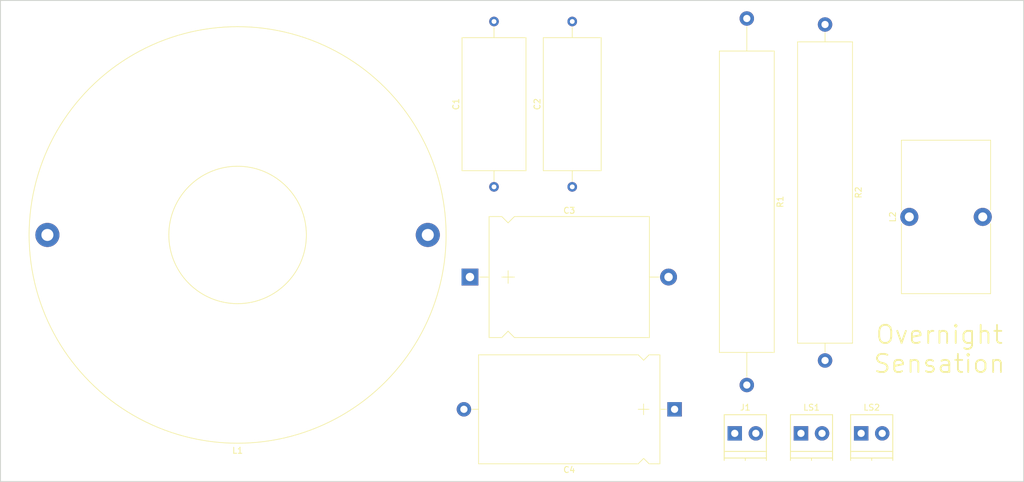
<source format=kicad_pcb>
(kicad_pcb (version 4) (host pcbnew 4.0.6-e0-6349~53~ubuntu16.04.1)

  (general
    (links 16)
    (no_connects 16)
    (area 27.924999 19.924999 128.075001 120.075001)
    (thickness 1.6)
    (drawings 5)
    (tracks 0)
    (zones 0)
    (modules 11)
    (nets 7)
  )

  (page A4)
  (layers
    (0 F.Cu signal)
    (31 B.Cu signal)
    (32 B.Adhes user)
    (33 F.Adhes user)
    (34 B.Paste user)
    (35 F.Paste user)
    (36 B.SilkS user)
    (37 F.SilkS user)
    (38 B.Mask user)
    (39 F.Mask user)
    (40 Dwgs.User user)
    (41 Cmts.User user)
    (42 Eco1.User user)
    (43 Eco2.User user)
    (44 Edge.Cuts user)
    (45 Margin user)
    (46 B.CrtYd user)
    (47 F.CrtYd user)
    (48 B.Fab user)
    (49 F.Fab user)
  )

  (setup
    (last_trace_width 0.762)
    (trace_clearance 0.762)
    (zone_clearance 0.508)
    (zone_45_only no)
    (trace_min 0.2)
    (segment_width 0.2)
    (edge_width 0.15)
    (via_size 0.6)
    (via_drill 0.4)
    (via_min_size 0.4)
    (via_min_drill 0.3)
    (uvia_size 0.3)
    (uvia_drill 0.1)
    (uvias_allowed no)
    (uvia_min_size 0)
    (uvia_min_drill 0)
    (pcb_text_width 0.3)
    (pcb_text_size 1.5 1.5)
    (mod_edge_width 0.15)
    (mod_text_size 1 1)
    (mod_text_width 0.15)
    (pad_size 1.524 1.524)
    (pad_drill 0.762)
    (pad_to_mask_clearance 0.2)
    (aux_axis_origin 0 0)
    (visible_elements FFFFF77F)
    (pcbplotparams
      (layerselection 0x00030_80000001)
      (usegerberextensions false)
      (excludeedgelayer true)
      (linewidth 0.100000)
      (plotframeref false)
      (viasonmask false)
      (mode 1)
      (useauxorigin false)
      (hpglpennumber 1)
      (hpglpenspeed 20)
      (hpglpendiameter 15)
      (hpglpenoverlay 2)
      (psnegative false)
      (psa4output false)
      (plotreference true)
      (plotvalue true)
      (plotinvisibletext false)
      (padsonsilk false)
      (subtractmaskfromsilk false)
      (outputformat 1)
      (mirror false)
      (drillshape 1)
      (scaleselection 1)
      (outputdirectory ""))
  )

  (net 0 "")
  (net 1 "Net-(C1-Pad1)")
  (net 2 "Net-(C2-Pad1)")
  (net 3 "Net-(C3-Pad1)")
  (net 4 "Net-(LS2-Pad1)")
  (net 5 /RED_1)
  (net 6 /BLACK_1)

  (net_class Default "This is the default net class."
    (clearance 0.762)
    (trace_width 0.762)
    (via_dia 0.6)
    (via_drill 0.4)
    (uvia_dia 0.3)
    (uvia_drill 0.1)
    (add_net /BLACK_1)
    (add_net /RED_1)
    (add_net "Net-(C1-Pad1)")
    (add_net "Net-(C2-Pad1)")
    (add_net "Net-(C3-Pad1)")
    (add_net "Net-(LS2-Pad1)")
  )

  (module Capacitors_THT:CP_Axial_L26.5mm_D20.0mm_P33.00mm_Horizontal (layer F.Cu) (tedit 58765D07) (tstamp 58F7ACDF)
    (at 105 65)
    (descr "CP, Axial series, Axial, Horizontal, pin pitch=33mm, , length*diameter=26.5*20mm^2, Electrolytic Capacitor, , http://www.kemet.com/Lists/ProductCatalog/Attachments/424/KEM_AC102.pdf")
    (tags "CP Axial series Axial Horizontal pin pitch 33mm  length 26.5mm diameter 20mm Electrolytic Capacitor")
    (path /58F7A5D7)
    (fp_text reference C3 (at 16.5 -11.06) (layer F.SilkS)
      (effects (font (size 1 1) (thickness 0.15)))
    )
    (fp_text value 2.2uF (at 16.5 11.06) (layer F.Fab)
      (effects (font (size 1 1) (thickness 0.15)))
    )
    (fp_line (start 3.25 -10) (end 3.25 10) (layer F.Fab) (width 0.1))
    (fp_line (start 29.75 -10) (end 29.75 10) (layer F.Fab) (width 0.1))
    (fp_line (start 3.25 -10) (end 5.29 -10) (layer F.Fab) (width 0.1))
    (fp_line (start 5.29 -10) (end 6.34 -8.95) (layer F.Fab) (width 0.1))
    (fp_line (start 6.34 -8.95) (end 7.39 -10) (layer F.Fab) (width 0.1))
    (fp_line (start 7.39 -10) (end 29.75 -10) (layer F.Fab) (width 0.1))
    (fp_line (start 3.25 10) (end 5.29 10) (layer F.Fab) (width 0.1))
    (fp_line (start 5.29 10) (end 6.34 8.95) (layer F.Fab) (width 0.1))
    (fp_line (start 6.34 8.95) (end 7.39 10) (layer F.Fab) (width 0.1))
    (fp_line (start 7.39 10) (end 29.75 10) (layer F.Fab) (width 0.1))
    (fp_line (start 0 0) (end 3.25 0) (layer F.Fab) (width 0.1))
    (fp_line (start 33 0) (end 29.75 0) (layer F.Fab) (width 0.1))
    (fp_line (start 5.3 0) (end 7.4 0) (layer F.Fab) (width 0.1))
    (fp_line (start 6.35 -1.05) (end 6.35 1.05) (layer F.Fab) (width 0.1))
    (fp_line (start 5.3 0) (end 7.4 0) (layer F.SilkS) (width 0.12))
    (fp_line (start 6.35 -1.05) (end 6.35 1.05) (layer F.SilkS) (width 0.12))
    (fp_line (start 3.19 -10.06) (end 3.19 10.06) (layer F.SilkS) (width 0.12))
    (fp_line (start 29.81 -10.06) (end 29.81 10.06) (layer F.SilkS) (width 0.12))
    (fp_line (start 3.19 -10.06) (end 5.29 -10.06) (layer F.SilkS) (width 0.12))
    (fp_line (start 5.29 -10.06) (end 6.34 -9.01) (layer F.SilkS) (width 0.12))
    (fp_line (start 6.34 -9.01) (end 7.39 -10.06) (layer F.SilkS) (width 0.12))
    (fp_line (start 7.39 -10.06) (end 29.81 -10.06) (layer F.SilkS) (width 0.12))
    (fp_line (start 3.19 10.06) (end 5.29 10.06) (layer F.SilkS) (width 0.12))
    (fp_line (start 5.29 10.06) (end 6.34 9.01) (layer F.SilkS) (width 0.12))
    (fp_line (start 6.34 9.01) (end 7.39 10.06) (layer F.SilkS) (width 0.12))
    (fp_line (start 7.39 10.06) (end 29.81 10.06) (layer F.SilkS) (width 0.12))
    (fp_line (start 1.58 0) (end 3.19 0) (layer F.SilkS) (width 0.12))
    (fp_line (start 31.42 0) (end 29.81 0) (layer F.SilkS) (width 0.12))
    (fp_line (start -1.65 -10.35) (end -1.65 10.35) (layer F.CrtYd) (width 0.05))
    (fp_line (start -1.65 10.35) (end 34.65 10.35) (layer F.CrtYd) (width 0.05))
    (fp_line (start 34.65 10.35) (end 34.65 -10.35) (layer F.CrtYd) (width 0.05))
    (fp_line (start 34.65 -10.35) (end -1.65 -10.35) (layer F.CrtYd) (width 0.05))
    (pad 1 thru_hole rect (at 0 0) (size 2.8 2.8) (drill 1.4) (layers *.Cu *.Mask)
      (net 3 "Net-(C3-Pad1)"))
    (pad 2 thru_hole oval (at 33 0) (size 2.8 2.8) (drill 1.4) (layers *.Cu *.Mask)
      (net 1 "Net-(C1-Pad1)"))
    (model Capacitors_THT.3dshapes/CP_Axial_L26.5mm_D20.0mm_P33.00mm_Horizontal.wrl
      (at (xyz 0 0 0))
      (scale (xyz 0.393701 0.393701 0.393701))
      (rotate (xyz 0 0 0))
    )
  )

  (module Capacitors_THT:C_Axial_L22.0mm_D10.5mm_P27.50mm_Horizontal (layer F.Cu) (tedit 58765D06) (tstamp 58F7ACD3)
    (at 109 50 90)
    (descr "C, Axial series, Axial, Horizontal, pin pitch=27.5mm, , length*diameter=22*10.5mm^2, http://cdn-reichelt.de/documents/datenblatt/B300/STYROFLEX.pdf")
    (tags "C Axial series Axial Horizontal pin pitch 27.5mm  length 22mm diameter 10.5mm")
    (path /58F7A5A8)
    (fp_text reference C1 (at 13.75 -6.31 90) (layer F.SilkS)
      (effects (font (size 1 1) (thickness 0.15)))
    )
    (fp_text value 1.5uF (at 13.75 6.31 90) (layer F.Fab)
      (effects (font (size 1 1) (thickness 0.15)))
    )
    (fp_line (start 2.75 -5.25) (end 2.75 5.25) (layer F.Fab) (width 0.1))
    (fp_line (start 2.75 5.25) (end 24.75 5.25) (layer F.Fab) (width 0.1))
    (fp_line (start 24.75 5.25) (end 24.75 -5.25) (layer F.Fab) (width 0.1))
    (fp_line (start 24.75 -5.25) (end 2.75 -5.25) (layer F.Fab) (width 0.1))
    (fp_line (start 0 0) (end 2.75 0) (layer F.Fab) (width 0.1))
    (fp_line (start 27.5 0) (end 24.75 0) (layer F.Fab) (width 0.1))
    (fp_line (start 2.69 -5.31) (end 2.69 5.31) (layer F.SilkS) (width 0.12))
    (fp_line (start 2.69 5.31) (end 24.81 5.31) (layer F.SilkS) (width 0.12))
    (fp_line (start 24.81 5.31) (end 24.81 -5.31) (layer F.SilkS) (width 0.12))
    (fp_line (start 24.81 -5.31) (end 2.69 -5.31) (layer F.SilkS) (width 0.12))
    (fp_line (start 0.98 0) (end 2.69 0) (layer F.SilkS) (width 0.12))
    (fp_line (start 26.52 0) (end 24.81 0) (layer F.SilkS) (width 0.12))
    (fp_line (start -1.05 -5.6) (end -1.05 5.6) (layer F.CrtYd) (width 0.05))
    (fp_line (start -1.05 5.6) (end 28.55 5.6) (layer F.CrtYd) (width 0.05))
    (fp_line (start 28.55 5.6) (end 28.55 -5.6) (layer F.CrtYd) (width 0.05))
    (fp_line (start 28.55 -5.6) (end -1.05 -5.6) (layer F.CrtYd) (width 0.05))
    (pad 1 thru_hole circle (at 0 0 90) (size 1.6 1.6) (drill 0.8) (layers *.Cu *.Mask)
      (net 1 "Net-(C1-Pad1)"))
    (pad 2 thru_hole oval (at 27.5 0 90) (size 1.6 1.6) (drill 0.8) (layers *.Cu *.Mask)
      (net 5 /RED_1))
    (model Capacitors_THT.3dshapes/C_Axial_L22.0mm_D10.5mm_P27.50mm_Horizontal.wrl
      (at (xyz 0 0 0))
      (scale (xyz 0.393701 0.393701 0.393701))
      (rotate (xyz 0 0 0))
    )
  )

  (module Capacitors_THT:C_Axial_L22.0mm_D9.5mm_P27.50mm_Horizontal (layer F.Cu) (tedit 58765D06) (tstamp 58F7ACD9)
    (at 122 50 90)
    (descr "C, Axial series, Axial, Horizontal, pin pitch=27.5mm, , length*diameter=22*9.5mm^2, http://cdn-reichelt.de/documents/datenblatt/B300/STYROFLEX.pdf")
    (tags "C Axial series Axial Horizontal pin pitch 27.5mm  length 22mm diameter 9.5mm")
    (path /58F7A63D)
    (fp_text reference C2 (at 13.75 -5.81 90) (layer F.SilkS)
      (effects (font (size 1 1) (thickness 0.15)))
    )
    (fp_text value 0.22uF (at 13.75 5.81 90) (layer F.Fab)
      (effects (font (size 1 1) (thickness 0.15)))
    )
    (fp_line (start 2.75 -4.75) (end 2.75 4.75) (layer F.Fab) (width 0.1))
    (fp_line (start 2.75 4.75) (end 24.75 4.75) (layer F.Fab) (width 0.1))
    (fp_line (start 24.75 4.75) (end 24.75 -4.75) (layer F.Fab) (width 0.1))
    (fp_line (start 24.75 -4.75) (end 2.75 -4.75) (layer F.Fab) (width 0.1))
    (fp_line (start 0 0) (end 2.75 0) (layer F.Fab) (width 0.1))
    (fp_line (start 27.5 0) (end 24.75 0) (layer F.Fab) (width 0.1))
    (fp_line (start 2.69 -4.81) (end 2.69 4.81) (layer F.SilkS) (width 0.12))
    (fp_line (start 2.69 4.81) (end 24.81 4.81) (layer F.SilkS) (width 0.12))
    (fp_line (start 24.81 4.81) (end 24.81 -4.81) (layer F.SilkS) (width 0.12))
    (fp_line (start 24.81 -4.81) (end 2.69 -4.81) (layer F.SilkS) (width 0.12))
    (fp_line (start 0.98 0) (end 2.69 0) (layer F.SilkS) (width 0.12))
    (fp_line (start 26.52 0) (end 24.81 0) (layer F.SilkS) (width 0.12))
    (fp_line (start -1.05 -5.1) (end -1.05 5.1) (layer F.CrtYd) (width 0.05))
    (fp_line (start -1.05 5.1) (end 28.55 5.1) (layer F.CrtYd) (width 0.05))
    (fp_line (start 28.55 5.1) (end 28.55 -5.1) (layer F.CrtYd) (width 0.05))
    (fp_line (start 28.55 -5.1) (end -1.05 -5.1) (layer F.CrtYd) (width 0.05))
    (pad 1 thru_hole circle (at 0 0 90) (size 1.6 1.6) (drill 0.8) (layers *.Cu *.Mask)
      (net 2 "Net-(C2-Pad1)"))
    (pad 2 thru_hole oval (at 27.5 0 90) (size 1.6 1.6) (drill 0.8) (layers *.Cu *.Mask)
      (net 5 /RED_1))
    (model Capacitors_THT.3dshapes/C_Axial_L22.0mm_D9.5mm_P27.50mm_Horizontal.wrl
      (at (xyz 0 0 0))
      (scale (xyz 0.393701 0.393701 0.393701))
      (rotate (xyz 0 0 0))
    )
  )

  (module Capacitors_THT:CP_Axial_L30.0mm_D18.0mm_P35.00mm_Horizontal (layer F.Cu) (tedit 58765D07) (tstamp 58F7ACE5)
    (at 139 87 180)
    (descr "CP, Axial series, Axial, Horizontal, pin pitch=35mm, , length*diameter=30*18mm^2, Electrolytic Capacitor, , http://www.vishay.com/docs/28325/021asm.pdf")
    (tags "CP Axial series Axial Horizontal pin pitch 35mm  length 30mm diameter 18mm Electrolytic Capacitor")
    (path /58F7A5F8)
    (fp_text reference C4 (at 17.5 -10.06 180) (layer F.SilkS)
      (effects (font (size 1 1) (thickness 0.15)))
    )
    (fp_text value 6.8uF (at 17.5 10.06 180) (layer F.Fab)
      (effects (font (size 1 1) (thickness 0.15)))
    )
    (fp_line (start 2.5 -9) (end 2.5 9) (layer F.Fab) (width 0.1))
    (fp_line (start 32.5 -9) (end 32.5 9) (layer F.Fab) (width 0.1))
    (fp_line (start 2.5 -9) (end 4.24 -9) (layer F.Fab) (width 0.1))
    (fp_line (start 4.24 -9) (end 5.14 -8.1) (layer F.Fab) (width 0.1))
    (fp_line (start 5.14 -8.1) (end 6.04 -9) (layer F.Fab) (width 0.1))
    (fp_line (start 6.04 -9) (end 32.5 -9) (layer F.Fab) (width 0.1))
    (fp_line (start 2.5 9) (end 4.24 9) (layer F.Fab) (width 0.1))
    (fp_line (start 4.24 9) (end 5.14 8.1) (layer F.Fab) (width 0.1))
    (fp_line (start 5.14 8.1) (end 6.04 9) (layer F.Fab) (width 0.1))
    (fp_line (start 6.04 9) (end 32.5 9) (layer F.Fab) (width 0.1))
    (fp_line (start 0 0) (end 2.5 0) (layer F.Fab) (width 0.1))
    (fp_line (start 35 0) (end 32.5 0) (layer F.Fab) (width 0.1))
    (fp_line (start 4.25 0) (end 6.05 0) (layer F.Fab) (width 0.1))
    (fp_line (start 5.15 -0.9) (end 5.15 0.9) (layer F.Fab) (width 0.1))
    (fp_line (start 4.25 0) (end 6.05 0) (layer F.SilkS) (width 0.12))
    (fp_line (start 5.15 -0.9) (end 5.15 0.9) (layer F.SilkS) (width 0.12))
    (fp_line (start 2.44 -9.06) (end 2.44 9.06) (layer F.SilkS) (width 0.12))
    (fp_line (start 32.56 -9.06) (end 32.56 9.06) (layer F.SilkS) (width 0.12))
    (fp_line (start 2.44 -9.06) (end 4.24 -9.06) (layer F.SilkS) (width 0.12))
    (fp_line (start 4.24 -9.06) (end 5.14 -8.16) (layer F.SilkS) (width 0.12))
    (fp_line (start 5.14 -8.16) (end 6.04 -9.06) (layer F.SilkS) (width 0.12))
    (fp_line (start 6.04 -9.06) (end 32.56 -9.06) (layer F.SilkS) (width 0.12))
    (fp_line (start 2.44 9.06) (end 4.24 9.06) (layer F.SilkS) (width 0.12))
    (fp_line (start 4.24 9.06) (end 5.14 8.16) (layer F.SilkS) (width 0.12))
    (fp_line (start 5.14 8.16) (end 6.04 9.06) (layer F.SilkS) (width 0.12))
    (fp_line (start 6.04 9.06) (end 32.56 9.06) (layer F.SilkS) (width 0.12))
    (fp_line (start 1.38 0) (end 2.44 0) (layer F.SilkS) (width 0.12))
    (fp_line (start 33.62 0) (end 32.56 0) (layer F.SilkS) (width 0.12))
    (fp_line (start -1.45 -9.35) (end -1.45 9.35) (layer F.CrtYd) (width 0.05))
    (fp_line (start -1.45 9.35) (end 36.45 9.35) (layer F.CrtYd) (width 0.05))
    (fp_line (start 36.45 9.35) (end 36.45 -9.35) (layer F.CrtYd) (width 0.05))
    (fp_line (start 36.45 -9.35) (end -1.45 -9.35) (layer F.CrtYd) (width 0.05))
    (pad 1 thru_hole rect (at 0 0 180) (size 2.4 2.4) (drill 1.2) (layers *.Cu *.Mask)
      (net 2 "Net-(C2-Pad1)"))
    (pad 2 thru_hole oval (at 35 0 180) (size 2.4 2.4) (drill 1.2) (layers *.Cu *.Mask)
      (net 6 /BLACK_1))
    (model Capacitors_THT.3dshapes/CP_Axial_L30.0mm_D18.0mm_P35.00mm_Horizontal.wrl
      (at (xyz 0 0 0))
      (scale (xyz 0.393701 0.393701 0.393701))
      (rotate (xyz 0 0 0))
    )
  )

  (module Connectors_Terminal_Blocks:TerminalBlock_Pheonix_PT-3.5mm_2pol (layer F.Cu) (tedit 0) (tstamp 58F7ACEB)
    (at 149 91)
    (descr "2-way 3.5mm pitch terminal block, Phoenix PT series")
    (path /58F7A754)
    (fp_text reference J1 (at 1.75 -4.3) (layer F.SilkS)
      (effects (font (size 1 1) (thickness 0.15)))
    )
    (fp_text value Screw_Terminal_1x02 (at 1.75 6) (layer F.Fab)
      (effects (font (size 1 1) (thickness 0.15)))
    )
    (fp_line (start -1.9 -3.3) (end 5.4 -3.3) (layer F.CrtYd) (width 0.05))
    (fp_line (start -1.9 4.7) (end -1.9 -3.3) (layer F.CrtYd) (width 0.05))
    (fp_line (start 5.4 4.7) (end -1.9 4.7) (layer F.CrtYd) (width 0.05))
    (fp_line (start 5.4 -3.3) (end 5.4 4.7) (layer F.CrtYd) (width 0.05))
    (fp_line (start 1.75 4.1) (end 1.75 4.5) (layer F.SilkS) (width 0.15))
    (fp_line (start -1.75 3) (end 5.25 3) (layer F.SilkS) (width 0.15))
    (fp_line (start -1.75 4.1) (end 5.25 4.1) (layer F.SilkS) (width 0.15))
    (fp_line (start -1.75 -3.1) (end -1.75 4.5) (layer F.SilkS) (width 0.15))
    (fp_line (start 5.25 4.5) (end 5.25 -3.1) (layer F.SilkS) (width 0.15))
    (fp_line (start 5.25 -3.1) (end -1.75 -3.1) (layer F.SilkS) (width 0.15))
    (pad 2 thru_hole circle (at 3.5 0) (size 2.4 2.4) (drill 1.2) (layers *.Cu *.Mask)
      (net 6 /BLACK_1))
    (pad 1 thru_hole rect (at 0 0) (size 2.4 2.4) (drill 1.2) (layers *.Cu *.Mask)
      (net 5 /RED_1))
    (model Terminal_Blocks.3dshapes/TerminalBlock_Pheonix_PT-3.5mm_2pol.wrl
      (at (xyz 0 0 0))
      (scale (xyz 1 1 1))
      (rotate (xyz 0 0 0))
    )
  )

  (module Inductors_THT:L_Toroid_Vertical_L25.4mm_W14.7mm_P12.20mm_Vishay_TJ5_BigPads (layer F.Cu) (tedit 5880B84E) (tstamp 58F7ACF7)
    (at 178 55 90)
    (descr "L_Toroid, Vertical series, Radial, pin pitch=12.20mm, , length*width=25.4*14.7mm^2, Vishay, TJ5, BigPads, http://www.vishay.com/docs/34079/tj.pdf")
    (tags "L_Toroid Vertical series Radial pin pitch 12.20mm  length 25.4mm width 14.7mm Vishay TJ5 BigPads")
    (path /58F7A66E)
    (fp_text reference L2 (at 0 -2.75 90) (layer F.SilkS)
      (effects (font (size 1 1) (thickness 0.15)))
    )
    (fp_text value 0.35mH (at 0 14.95 90) (layer F.Fab)
      (effects (font (size 1 1) (thickness 0.15)))
    )
    (fp_line (start -12.7 -1.25) (end -12.7 13.45) (layer F.Fab) (width 0.1))
    (fp_line (start -12.7 13.45) (end 12.7 13.45) (layer F.Fab) (width 0.1))
    (fp_line (start 12.7 13.45) (end 12.7 -1.25) (layer F.Fab) (width 0.1))
    (fp_line (start 12.7 -1.25) (end -12.7 -1.25) (layer F.Fab) (width 0.1))
    (fp_line (start -12.7 -1.25) (end -11.43 13.45) (layer F.Fab) (width 0.1))
    (fp_line (start -10.16 -1.25) (end -8.89 13.45) (layer F.Fab) (width 0.1))
    (fp_line (start -7.62 -1.25) (end -6.35 13.45) (layer F.Fab) (width 0.1))
    (fp_line (start -5.08 -1.25) (end -3.81 13.45) (layer F.Fab) (width 0.1))
    (fp_line (start -2.54 -1.25) (end -1.27 13.45) (layer F.Fab) (width 0.1))
    (fp_line (start 0 -1.25) (end 1.27 13.45) (layer F.Fab) (width 0.1))
    (fp_line (start 2.54 -1.25) (end 3.81 13.45) (layer F.Fab) (width 0.1))
    (fp_line (start 5.08 -1.25) (end 6.35 13.45) (layer F.Fab) (width 0.1))
    (fp_line (start 7.62 -1.25) (end 8.89 13.45) (layer F.Fab) (width 0.1))
    (fp_line (start 10.16 -1.25) (end 11.43 13.45) (layer F.Fab) (width 0.1))
    (fp_line (start -12.76 -1.31) (end -1.127 -1.31) (layer F.SilkS) (width 0.12))
    (fp_line (start 1.127 -1.31) (end 12.76 -1.31) (layer F.SilkS) (width 0.12))
    (fp_line (start -12.76 13.51) (end -1.127 13.51) (layer F.SilkS) (width 0.12))
    (fp_line (start 1.127 13.51) (end 12.76 13.51) (layer F.SilkS) (width 0.12))
    (fp_line (start -12.76 -1.31) (end -12.76 13.51) (layer F.SilkS) (width 0.12))
    (fp_line (start 12.76 -1.31) (end 12.76 13.51) (layer F.SilkS) (width 0.12))
    (fp_line (start -13.05 -1.75) (end -13.05 13.95) (layer F.CrtYd) (width 0.05))
    (fp_line (start -13.05 13.95) (end 13.05 13.95) (layer F.CrtYd) (width 0.05))
    (fp_line (start 13.05 13.95) (end 13.05 -1.75) (layer F.CrtYd) (width 0.05))
    (fp_line (start 13.05 -1.75) (end -13.05 -1.75) (layer F.CrtYd) (width 0.05))
    (pad 1 thru_hole circle (at 0 0 90) (size 3 3) (drill 1.5) (layers *.Cu *.Mask)
      (net 1 "Net-(C1-Pad1)"))
    (pad 2 thru_hole circle (at 0 12.2 90) (size 3 3) (drill 1.5) (layers *.Cu *.Mask)
      (net 6 /BLACK_1))
    (model Inductors_THT.3dshapes/L_Toroid_Vertical_L25.4mm_W14.7mm_P12.20mm_Vishay_TJ5_BigPads.wrl
      (at (xyz 0 0 0))
      (scale (xyz 0.393701 0.393701 0.393701))
      (rotate (xyz 0 0 0))
    )
  )

  (module Connectors_Terminal_Blocks:TerminalBlock_Pheonix_PT-3.5mm_2pol (layer F.Cu) (tedit 0) (tstamp 58F7ACFD)
    (at 160 91)
    (descr "2-way 3.5mm pitch terminal block, Phoenix PT series")
    (path /58F7A840)
    (fp_text reference LS1 (at 1.75 -4.3) (layer F.SilkS)
      (effects (font (size 1 1) (thickness 0.15)))
    )
    (fp_text value "HIVI B4N" (at 1.75 6) (layer F.Fab)
      (effects (font (size 1 1) (thickness 0.15)))
    )
    (fp_line (start -1.9 -3.3) (end 5.4 -3.3) (layer F.CrtYd) (width 0.05))
    (fp_line (start -1.9 4.7) (end -1.9 -3.3) (layer F.CrtYd) (width 0.05))
    (fp_line (start 5.4 4.7) (end -1.9 4.7) (layer F.CrtYd) (width 0.05))
    (fp_line (start 5.4 -3.3) (end 5.4 4.7) (layer F.CrtYd) (width 0.05))
    (fp_line (start 1.75 4.1) (end 1.75 4.5) (layer F.SilkS) (width 0.15))
    (fp_line (start -1.75 3) (end 5.25 3) (layer F.SilkS) (width 0.15))
    (fp_line (start -1.75 4.1) (end 5.25 4.1) (layer F.SilkS) (width 0.15))
    (fp_line (start -1.75 -3.1) (end -1.75 4.5) (layer F.SilkS) (width 0.15))
    (fp_line (start 5.25 4.5) (end 5.25 -3.1) (layer F.SilkS) (width 0.15))
    (fp_line (start 5.25 -3.1) (end -1.75 -3.1) (layer F.SilkS) (width 0.15))
    (pad 2 thru_hole circle (at 3.5 0) (size 2.4 2.4) (drill 1.2) (layers *.Cu *.Mask)
      (net 6 /BLACK_1))
    (pad 1 thru_hole rect (at 0 0) (size 2.4 2.4) (drill 1.2) (layers *.Cu *.Mask)
      (net 2 "Net-(C2-Pad1)"))
    (model Terminal_Blocks.3dshapes/TerminalBlock_Pheonix_PT-3.5mm_2pol.wrl
      (at (xyz 0 0 0))
      (scale (xyz 1 1 1))
      (rotate (xyz 0 0 0))
    )
  )

  (module Connectors_Terminal_Blocks:TerminalBlock_Pheonix_PT-3.5mm_2pol (layer F.Cu) (tedit 0) (tstamp 58F7AD03)
    (at 170 91)
    (descr "2-way 3.5mm pitch terminal block, Phoenix PT series")
    (path /58F7A984)
    (fp_text reference LS2 (at 1.75 -4.3) (layer F.SilkS)
      (effects (font (size 1 1) (thickness 0.15)))
    )
    (fp_text value "Daytona ND20FA" (at 1.75 6) (layer F.Fab)
      (effects (font (size 1 1) (thickness 0.15)))
    )
    (fp_line (start -1.9 -3.3) (end 5.4 -3.3) (layer F.CrtYd) (width 0.05))
    (fp_line (start -1.9 4.7) (end -1.9 -3.3) (layer F.CrtYd) (width 0.05))
    (fp_line (start 5.4 4.7) (end -1.9 4.7) (layer F.CrtYd) (width 0.05))
    (fp_line (start 5.4 -3.3) (end 5.4 4.7) (layer F.CrtYd) (width 0.05))
    (fp_line (start 1.75 4.1) (end 1.75 4.5) (layer F.SilkS) (width 0.15))
    (fp_line (start -1.75 3) (end 5.25 3) (layer F.SilkS) (width 0.15))
    (fp_line (start -1.75 4.1) (end 5.25 4.1) (layer F.SilkS) (width 0.15))
    (fp_line (start -1.75 -3.1) (end -1.75 4.5) (layer F.SilkS) (width 0.15))
    (fp_line (start 5.25 4.5) (end 5.25 -3.1) (layer F.SilkS) (width 0.15))
    (fp_line (start 5.25 -3.1) (end -1.75 -3.1) (layer F.SilkS) (width 0.15))
    (pad 2 thru_hole circle (at 3.5 0) (size 2.4 2.4) (drill 1.2) (layers *.Cu *.Mask)
      (net 6 /BLACK_1))
    (pad 1 thru_hole rect (at 0 0) (size 2.4 2.4) (drill 1.2) (layers *.Cu *.Mask)
      (net 4 "Net-(LS2-Pad1)"))
    (model Terminal_Blocks.3dshapes/TerminalBlock_Pheonix_PT-3.5mm_2pol.wrl
      (at (xyz 0 0 0))
      (scale (xyz 1 1 1))
      (rotate (xyz 0 0 0))
    )
  )

  (module Resistors_THT:R_Axial_Power_L50.0mm_W9.0mm_P60.96mm (layer F.Cu) (tedit 5874F706) (tstamp 58F7AD09)
    (at 151 22 270)
    (descr "Resistor, Axial_Power series, Axial, Horizontal, pin pitch=60.96mm, 11W, length*diameter=50*9mm^2, http://cdn-reichelt.de/documents/datenblatt/B400/5WAXIAL_9WAXIAL_11WAXIAL_17WAXIAL%23YAG.pdf")
    (tags "Resistor Axial_Power series Axial Horizontal pin pitch 60.96mm 11W length 50mm diameter 9mm")
    (path /58F7A565)
    (fp_text reference R1 (at 30.48 -5.56 270) (layer F.SilkS)
      (effects (font (size 1 1) (thickness 0.15)))
    )
    (fp_text value 60R (at 30.48 5.56 270) (layer F.Fab)
      (effects (font (size 1 1) (thickness 0.15)))
    )
    (fp_line (start 5.48 -4.5) (end 5.48 4.5) (layer F.Fab) (width 0.1))
    (fp_line (start 5.48 4.5) (end 55.48 4.5) (layer F.Fab) (width 0.1))
    (fp_line (start 55.48 4.5) (end 55.48 -4.5) (layer F.Fab) (width 0.1))
    (fp_line (start 55.48 -4.5) (end 5.48 -4.5) (layer F.Fab) (width 0.1))
    (fp_line (start 0 0) (end 5.48 0) (layer F.Fab) (width 0.1))
    (fp_line (start 60.96 0) (end 55.48 0) (layer F.Fab) (width 0.1))
    (fp_line (start 5.42 -4.56) (end 5.42 4.56) (layer F.SilkS) (width 0.12))
    (fp_line (start 5.42 4.56) (end 55.54 4.56) (layer F.SilkS) (width 0.12))
    (fp_line (start 55.54 4.56) (end 55.54 -4.56) (layer F.SilkS) (width 0.12))
    (fp_line (start 55.54 -4.56) (end 5.42 -4.56) (layer F.SilkS) (width 0.12))
    (fp_line (start 1.38 0) (end 5.42 0) (layer F.SilkS) (width 0.12))
    (fp_line (start 59.58 0) (end 55.54 0) (layer F.SilkS) (width 0.12))
    (fp_line (start -1.45 -4.85) (end -1.45 4.85) (layer F.CrtYd) (width 0.05))
    (fp_line (start -1.45 4.85) (end 62.45 4.85) (layer F.CrtYd) (width 0.05))
    (fp_line (start 62.45 4.85) (end 62.45 -4.85) (layer F.CrtYd) (width 0.05))
    (fp_line (start 62.45 -4.85) (end -1.45 -4.85) (layer F.CrtYd) (width 0.05))
    (pad 1 thru_hole circle (at 0 0 270) (size 2.4 2.4) (drill 1.2) (layers *.Cu *.Mask)
      (net 4 "Net-(LS2-Pad1)"))
    (pad 2 thru_hole oval (at 60.96 0 270) (size 2.4 2.4) (drill 1.2) (layers *.Cu *.Mask)
      (net 3 "Net-(C3-Pad1)"))
    (model Resistors_THT.3dshapes/R_Axial_Power_L50.0mm_W9.0mm_P60.96mm.wrl
      (at (xyz 0 0 0))
      (scale (xyz 0.393701 0.393701 0.393701))
      (rotate (xyz 0 0 0))
    )
  )

  (module Resistors_THT:R_Axial_Power_L50.0mm_W9.0mm_P55.88mm (layer F.Cu) (tedit 5874F706) (tstamp 58F7AD0F)
    (at 164 23 270)
    (descr "Resistor, Axial_Power series, Axial, Horizontal, pin pitch=55.88mm, 11W, length*diameter=50*9mm^2, http://cdn-reichelt.de/documents/datenblatt/B400/5WAXIAL_9WAXIAL_11WAXIAL_17WAXIAL%23YAG.pdf")
    (tags "Resistor Axial_Power series Axial Horizontal pin pitch 55.88mm 11W length 50mm diameter 9mm")
    (path /58F7A52C)
    (fp_text reference R2 (at 27.94 -5.56 270) (layer F.SilkS)
      (effects (font (size 1 1) (thickness 0.15)))
    )
    (fp_text value 10R (at 27.94 5.56 270) (layer F.Fab)
      (effects (font (size 1 1) (thickness 0.15)))
    )
    (fp_line (start 2.94 -4.5) (end 2.94 4.5) (layer F.Fab) (width 0.1))
    (fp_line (start 2.94 4.5) (end 52.94 4.5) (layer F.Fab) (width 0.1))
    (fp_line (start 52.94 4.5) (end 52.94 -4.5) (layer F.Fab) (width 0.1))
    (fp_line (start 52.94 -4.5) (end 2.94 -4.5) (layer F.Fab) (width 0.1))
    (fp_line (start 0 0) (end 2.94 0) (layer F.Fab) (width 0.1))
    (fp_line (start 55.88 0) (end 52.94 0) (layer F.Fab) (width 0.1))
    (fp_line (start 2.88 -4.56) (end 2.88 4.56) (layer F.SilkS) (width 0.12))
    (fp_line (start 2.88 4.56) (end 53 4.56) (layer F.SilkS) (width 0.12))
    (fp_line (start 53 4.56) (end 53 -4.56) (layer F.SilkS) (width 0.12))
    (fp_line (start 53 -4.56) (end 2.88 -4.56) (layer F.SilkS) (width 0.12))
    (fp_line (start 1.38 0) (end 2.88 0) (layer F.SilkS) (width 0.12))
    (fp_line (start 54.5 0) (end 53 0) (layer F.SilkS) (width 0.12))
    (fp_line (start -1.45 -4.85) (end -1.45 4.85) (layer F.CrtYd) (width 0.05))
    (fp_line (start -1.45 4.85) (end 57.35 4.85) (layer F.CrtYd) (width 0.05))
    (fp_line (start 57.35 4.85) (end 57.35 -4.85) (layer F.CrtYd) (width 0.05))
    (fp_line (start 57.35 -4.85) (end -1.45 -4.85) (layer F.CrtYd) (width 0.05))
    (pad 1 thru_hole circle (at 0 0 270) (size 2.4 2.4) (drill 1.2) (layers *.Cu *.Mask)
      (net 4 "Net-(LS2-Pad1)"))
    (pad 2 thru_hole oval (at 55.88 0 270) (size 2.4 2.4) (drill 1.2) (layers *.Cu *.Mask)
      (net 6 /BLACK_1))
    (model Resistors_THT.3dshapes/R_Axial_Power_L50.0mm_W9.0mm_P55.88mm.wrl
      (at (xyz 0 0 0))
      (scale (xyz 0.393701 0.393701 0.393701))
      (rotate (xyz 0 0 0))
    )
  )

  (module Inductors_THT:L_Toroid_Horizontal_D69.1mm_P63.20mm_Vishay_TJ9 (layer F.Cu) (tedit 5880B84E) (tstamp 58F7BF08)
    (at 98 58 180)
    (descr "L_Toroid, Horizontal series, Radial, pin pitch=63.20mm, , diameter=69.1mm, Vishay, TJ9, http://www.vishay.com/docs/34079/tj.pdf")
    (tags "L_Toroid Horizontal series Radial pin pitch 63.20mm  diameter 69.1mm Vishay TJ9")
    (path /58F7A6B3)
    (fp_text reference L1 (at 31.6 -35.86 180) (layer F.SilkS)
      (effects (font (size 1 1) (thickness 0.15)))
    )
    (fp_text value 1.1mH (at 31.6 35.86 180) (layer F.Fab)
      (effects (font (size 1 1) (thickness 0.15)))
    )
    (fp_circle (center 31.6 0) (end 66.15 0) (layer F.Fab) (width 0.1))
    (fp_circle (center 31.6 0) (end 43.116667 0) (layer F.Fab) (width 0.1))
    (fp_circle (center 31.6 0) (end 66.24 0) (layer F.SilkS) (width 0.12))
    (fp_circle (center 31.6 0) (end 43.026667 0) (layer F.SilkS) (width 0.12))
    (fp_line (start 65.5472 0) (end 42.858082 3.016501) (layer F.Fab) (width 0.1))
    (fp_line (start 60.9994 16.973146) (end 39.841662 8.24128) (layer F.Fab) (width 0.1))
    (fp_line (start 48.574508 29.398613) (end 34.617022 11.257942) (layer F.Fab) (width 0.1))
    (fp_line (start 31.601573 33.9472) (end 28.584021 11.258222) (layer F.Fab) (width 0.1))
    (fp_line (start 14.628216 29.400186) (end 23.359102 8.242044) (layer F.Fab) (width 0.1))
    (fp_line (start 2.202173 16.97587) (end 20.342198 3.017544) (layer F.Fab) (width 0.1))
    (fp_line (start -2.3472 0.003145) (end 20.341639 -3.015458) (layer F.Fab) (width 0.1))
    (fp_line (start 2.199028 -16.970422) (end 23.357575 -8.240516) (layer F.Fab) (width 0.1))
    (fp_line (start 14.622768 -29.39704) (end 28.581935 -11.257663) (layer F.Fab) (width 0.1))
    (fp_line (start 31.595282 -33.9472) (end 34.614936 -11.258501) (layer F.Fab) (width 0.1))
    (fp_line (start 48.56906 -29.401758) (end 39.840135 -8.242807) (layer F.Fab) (width 0.1))
    (fp_line (start 60.996254 -16.978594) (end 42.857523 -3.018587) (layer F.Fab) (width 0.1))
    (fp_line (start 65.547199 -0.006291) (end 42.858641 3.014415) (layer F.Fab) (width 0.1))
    (fp_line (start -3.3 -34.9) (end -3.3 34.9) (layer F.CrtYd) (width 0.05))
    (fp_line (start -3.3 34.9) (end 66.5 34.9) (layer F.CrtYd) (width 0.05))
    (fp_line (start 66.5 34.9) (end 66.5 -34.9) (layer F.CrtYd) (width 0.05))
    (fp_line (start 66.5 -34.9) (end -3.3 -34.9) (layer F.CrtYd) (width 0.05))
    (pad 1 thru_hole circle (at 0 0 180) (size 4 4) (drill 2) (layers *.Cu *.Mask)
      (net 2 "Net-(C2-Pad1)"))
    (pad 2 thru_hole circle (at 63.2 0 180) (size 4 4) (drill 2) (layers *.Cu *.Mask)
      (net 5 /RED_1))
    (model Inductors_THT.3dshapes/L_Toroid_Horizontal_D69.1mm_P63.20mm_Vishay_TJ9.wrl
      (at (xyz 0 0 0))
      (scale (xyz 0.393701 0.393701 0.393701))
      (rotate (xyz 0 0 0))
    )
  )

  (gr_line (start 27 99) (end 27 19) (angle 90) (layer Edge.Cuts) (width 0.15))
  (gr_line (start 197 99) (end 27 99) (angle 90) (layer Edge.Cuts) (width 0.15))
  (gr_line (start 197 19) (end 197 99) (angle 90) (layer Edge.Cuts) (width 0.15))
  (gr_line (start 27 19) (end 197 19) (angle 90) (layer Edge.Cuts) (width 0.15))
  (gr_text "Overnight\nSensation" (at 183 77) (layer F.SilkS)
    (effects (font (size 3 3) (thickness 0.3)))
  )

)

</source>
